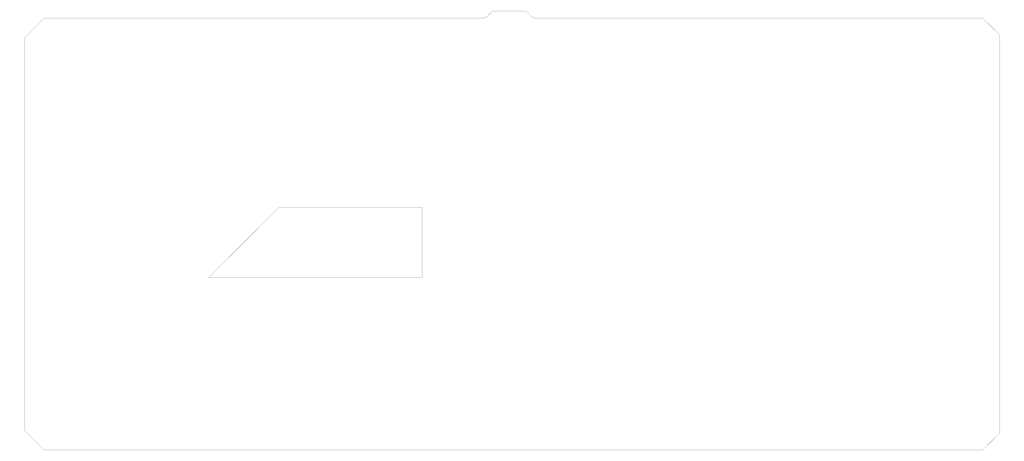
<source format=gm1>
%TF.GenerationSoftware,KiCad,Pcbnew,6.0.8-f2edbf62ab~116~ubuntu22.04.1*%
%TF.CreationDate,2022-10-10T20:20:36-06:00*%
%TF.ProjectId,OF1 v1,4f463120-7631-42e6-9b69-6361645f7063,rev?*%
%TF.SameCoordinates,Original*%
%TF.FileFunction,Profile,NP*%
%FSLAX46Y46*%
G04 Gerber Fmt 4.6, Leading zero omitted, Abs format (unit mm)*
G04 Created by KiCad (PCBNEW 6.0.8-f2edbf62ab~116~ubuntu22.04.1) date 2022-10-10 20:20:36*
%MOMM*%
%LPD*%
G01*
G04 APERTURE LIST*
%TA.AperFunction,Profile*%
%ADD10C,0.050000*%
%TD*%
G04 APERTURE END LIST*
D10*
X322001100Y-177253600D02*
X316001100Y-183253600D01*
X40501100Y-121753600D02*
X65501100Y-96753600D01*
X153501100Y-26753600D02*
X155501100Y-28753600D01*
X-17998900Y-183253600D02*
X-24998900Y-176253600D01*
X155501100Y-28753600D02*
X156501100Y-29253600D01*
X316001100Y-29253600D02*
X322001100Y-35253600D01*
X65501100Y-96753600D02*
X116501100Y-96753600D01*
X-24998900Y-36253600D02*
X-17998900Y-29253600D01*
X116501100Y-121753600D02*
X40501100Y-121753600D01*
X156501100Y-29253600D02*
X316001100Y-29253600D01*
X-17998900Y-29253600D02*
X138501100Y-29253600D01*
X-24998900Y-176253600D02*
X-24998900Y-36253600D01*
X139501100Y-28753600D02*
X141501100Y-26753600D01*
X138501100Y-29253600D02*
X139501100Y-28753600D01*
X322001100Y-35253600D02*
X322001100Y-177253600D01*
X316001100Y-183253600D02*
X-17998900Y-183253600D01*
X141501100Y-26753600D02*
X153501100Y-26753600D01*
X116501100Y-96753600D02*
X116501100Y-121753600D01*
M02*

</source>
